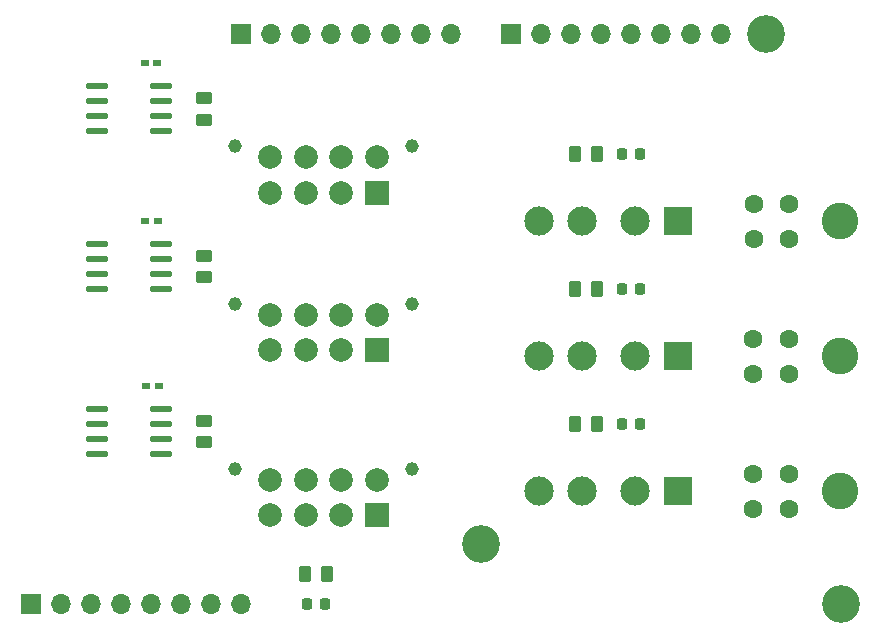
<source format=gbr>
%TF.GenerationSoftware,KiCad,Pcbnew,(6.0.7)*%
%TF.CreationDate,2022-08-17T13:42:15+03:00*%
%TF.ProjectId,Master Shield,4d617374-6572-4205-9368-69656c642e6b,1*%
%TF.SameCoordinates,Original*%
%TF.FileFunction,Soldermask,Top*%
%TF.FilePolarity,Negative*%
%FSLAX46Y46*%
G04 Gerber Fmt 4.6, Leading zero omitted, Abs format (unit mm)*
G04 Created by KiCad (PCBNEW (6.0.7)) date 2022-08-17 13:42:15*
%MOMM*%
%LPD*%
G01*
G04 APERTURE LIST*
G04 Aperture macros list*
%AMRoundRect*
0 Rectangle with rounded corners*
0 $1 Rounding radius*
0 $2 $3 $4 $5 $6 $7 $8 $9 X,Y pos of 4 corners*
0 Add a 4 corners polygon primitive as box body*
4,1,4,$2,$3,$4,$5,$6,$7,$8,$9,$2,$3,0*
0 Add four circle primitives for the rounded corners*
1,1,$1+$1,$2,$3*
1,1,$1+$1,$4,$5*
1,1,$1+$1,$6,$7*
1,1,$1+$1,$8,$9*
0 Add four rect primitives between the rounded corners*
20,1,$1+$1,$2,$3,$4,$5,0*
20,1,$1+$1,$4,$5,$6,$7,0*
20,1,$1+$1,$6,$7,$8,$9,0*
20,1,$1+$1,$8,$9,$2,$3,0*%
G04 Aperture macros list end*
%ADD10C,3.200000*%
%ADD11RoundRect,0.250000X-0.450000X0.262500X-0.450000X-0.262500X0.450000X-0.262500X0.450000X0.262500X0*%
%ADD12O,1.950216X0.568402*%
%ADD13RoundRect,0.250000X0.262500X0.450000X-0.262500X0.450000X-0.262500X-0.450000X0.262500X-0.450000X0*%
%ADD14C,3.099822*%
%ADD15C,1.600000*%
%ADD16RoundRect,0.218750X0.218750X0.256250X-0.218750X0.256250X-0.218750X-0.256250X0.218750X-0.256250X0*%
%ADD17C,1.150013*%
%ADD18R,2.000000X2.000000*%
%ADD19C,2.000000*%
%ADD20R,0.790094X0.540005*%
%ADD21RoundRect,0.218750X-0.218750X-0.256250X0.218750X-0.256250X0.218750X0.256250X-0.218750X0.256250X0*%
%ADD22C,2.480000*%
%ADD23R,2.480000X2.480000*%
%ADD24R,1.700000X1.700000*%
%ADD25O,1.700000X1.700000*%
G04 APERTURE END LIST*
D10*
%TO.C,MH6*%
X96520000Y2540000D03*
%TD*%
D11*
%TO.C,R2*%
X42559019Y32027500D03*
X42559019Y30202500D03*
%TD*%
D12*
%TO.C,MASTER-2*%
X33503914Y33020004D03*
X33503914Y31750001D03*
X33503914Y30479999D03*
X33503914Y29209996D03*
X38914124Y29209996D03*
X38914124Y30479999D03*
X38914124Y31750001D03*
X38914124Y33020004D03*
%TD*%
D13*
%TO.C,R4*%
X75842500Y40640000D03*
X74017500Y40640000D03*
%TD*%
D14*
%TO.C,PSU1*%
X96455771Y34933250D03*
D15*
X92135629Y36434393D03*
X92135629Y33434647D03*
X89135883Y36434393D03*
X89135883Y33434647D03*
%TD*%
D16*
%TO.C,D3*%
X79527500Y17780000D03*
X77952500Y17780000D03*
%TD*%
D17*
%TO.C,BUS3*%
X45204873Y14000089D03*
X60205127Y14000089D03*
D18*
X57205127Y10049873D03*
D19*
X54205127Y10049873D03*
X51205127Y10049873D03*
X48205127Y10049873D03*
X57205127Y13049873D03*
X54205127Y13049873D03*
X51205127Y13049873D03*
X48205127Y13049873D03*
%TD*%
D20*
%TO.C,C1*%
X37554915Y48311000D03*
X38645085Y48311000D03*
%TD*%
%TO.C,C3*%
X37658849Y20955000D03*
X38749019Y20955000D03*
%TD*%
D13*
%TO.C,R5*%
X75842500Y29210000D03*
X74017500Y29210000D03*
%TD*%
D12*
%TO.C,MASTER-1*%
X33503914Y46406004D03*
X33503914Y45136001D03*
X33503914Y43865999D03*
X33503914Y42595996D03*
X38914124Y42595996D03*
X38914124Y43865999D03*
X38914124Y45136001D03*
X38914124Y46406004D03*
%TD*%
D16*
%TO.C,D1*%
X79527500Y40640000D03*
X77952500Y40640000D03*
%TD*%
%TO.C,D2*%
X79527500Y29210000D03*
X77952500Y29210000D03*
%TD*%
D14*
%TO.C,PSU3*%
X96421171Y12065000D03*
D15*
X92101029Y13566143D03*
X92101029Y10566397D03*
X89101283Y13566143D03*
X89101283Y10566397D03*
%TD*%
D21*
%TO.C,D4*%
X51282500Y2540000D03*
X52857500Y2540000D03*
%TD*%
D14*
%TO.C,PSU2*%
X96421171Y23495000D03*
D15*
X92101029Y24996143D03*
X92101029Y21996397D03*
X89101283Y24996143D03*
X89101283Y21996397D03*
%TD*%
D20*
%TO.C,C2*%
X37568934Y34925000D03*
X38659104Y34925000D03*
%TD*%
D13*
%TO.C,R6*%
X75842500Y17780000D03*
X74017500Y17780000D03*
%TD*%
%TO.C,R7*%
X52982500Y5080000D03*
X51157500Y5080000D03*
%TD*%
D22*
%TO.C,F2*%
X79070000Y23495000D03*
D23*
X82730000Y23495000D03*
D22*
X74600000Y23495000D03*
X70940000Y23495000D03*
%TD*%
D17*
%TO.C,BUS2*%
X60205127Y27970089D03*
X45204873Y27970089D03*
D18*
X57205127Y24019873D03*
D19*
X54205127Y24019873D03*
X51205127Y24019873D03*
X48205127Y24019873D03*
X57205127Y27019873D03*
X54205127Y27019873D03*
X51205127Y27019873D03*
X48205127Y27019873D03*
%TD*%
D12*
%TO.C,MASTER-3*%
X33503914Y19050004D03*
X33503914Y17780001D03*
X33503914Y16509999D03*
X33503914Y15239996D03*
X38914124Y15239996D03*
X38914124Y16509999D03*
X38914124Y17780001D03*
X38914124Y19050004D03*
%TD*%
D11*
%TO.C,R1*%
X42559019Y45362500D03*
X42559019Y43537500D03*
%TD*%
D10*
%TO.C,MH4*%
X66040000Y7620000D03*
%TD*%
D23*
%TO.C,F1*%
X82730000Y34925000D03*
D22*
X79070000Y34925000D03*
X74600000Y34925000D03*
X70940000Y34925000D03*
%TD*%
D23*
%TO.C,F3*%
X82730000Y12065000D03*
D22*
X79070000Y12065000D03*
X70940000Y12065000D03*
X74600000Y12065000D03*
%TD*%
D10*
%TO.C,MH5*%
X90170000Y50800000D03*
%TD*%
D11*
%TO.C,R3*%
X42559019Y18057500D03*
X42559019Y16232500D03*
%TD*%
D17*
%TO.C,BUS1*%
X60205127Y41305089D03*
X45204873Y41305089D03*
D18*
X57205127Y37354873D03*
D19*
X54205127Y37354873D03*
X51205127Y37354873D03*
X48205127Y37354873D03*
X57205127Y40354873D03*
X54205127Y40354873D03*
X51205127Y40354873D03*
X48205127Y40354873D03*
%TD*%
D24*
%TO.C,J1*%
X27940000Y2540000D03*
D25*
X30480000Y2540000D03*
X33020000Y2540000D03*
X35560000Y2540000D03*
X38100000Y2540000D03*
X40640000Y2540000D03*
X43180000Y2540000D03*
X45720000Y2540000D03*
%TD*%
D24*
%TO.C,J2*%
X45720000Y50800000D03*
D25*
X48260000Y50800000D03*
X50800000Y50800000D03*
X53340000Y50800000D03*
X55880000Y50800000D03*
X58420000Y50800000D03*
X60960000Y50800000D03*
X63500000Y50800000D03*
%TD*%
D24*
%TO.C,J3*%
X68580000Y50800000D03*
D25*
X71120000Y50800000D03*
X73660000Y50800000D03*
X76200000Y50800000D03*
X78740000Y50800000D03*
X81280000Y50800000D03*
X83820000Y50800000D03*
X86360000Y50800000D03*
%TD*%
M02*

</source>
